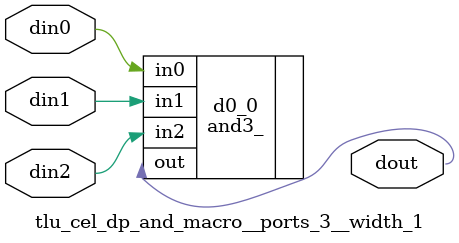
<source format=v>
module tlu_cel_dp (
  l2clk, 
  scan_in, 
  tcu_pce_ov, 
  spc_aclk, 
  spc_bclk, 
  tcu_scan_en, 
  tlu_cerer_tccp, 
  tlu_cerer_tcup, 
  tlu_cerer_tccd, 
  tlu_cerer_tcud, 
  ced_syndrome, 
  tca_ecc, 
  ced_cecc_err, 
  ced_uecc_err, 
  asi_tccup_in, 
  asi_tccud_in, 
  scan_out, 
  cel_syndrome, 
  cel_ecc, 
  cel_crit_ecc, 
  cel_tccp, 
  cel_tcup, 
  cel_tccd, 
  cel_tcud);
wire pce_ov;
wire clk;
wire stop;
wire siclk;
wire soclk;
wire se;
wire en;
wire ecc_lat_scanin;
wire ecc_lat_scanout;
wire tccp_in;
wire tcup_in;
wire tccd_in;
wire tcud_in;
wire [7:0] syndrome_in;
wire [7:0] rd_ecc;
wire tccp;
wire tcup;
wire tccd;
wire tcud;




input		l2clk;
input		scan_in;
input		tcu_pce_ov;
input		spc_aclk;
input		spc_bclk;
input		tcu_scan_en;

input		tlu_cerer_tccp;		// Correctable precise enable    
input		tlu_cerer_tcup;		// Unorrectable precise enable   
input		tlu_cerer_tccd;		// Correctable disrupting enable 
input		tlu_cerer_tcud;		// Unorrectable disrupting enable

input	[7:0]	ced_syndrome;
input	[7:0]	tca_ecc;

input		ced_cecc_err;
input		ced_uecc_err;

input		asi_tccup_in;
input		asi_tccud_in;


output		scan_out;

output	[7:0]	cel_syndrome;
output	[7:0]	cel_ecc;
output	[7:0]	cel_crit_ecc;

output		cel_tccp;
output		cel_tcup;
output		cel_tccd;
output		cel_tcud;



////////////////////////////////////////////////////////////////////////////////

assign pce_ov	= tcu_pce_ov;
assign clk      = l2clk;
assign stop	= 1'b0;
assign siclk	= spc_aclk;
assign soclk	= spc_bclk;
assign se       = tcu_scan_en;
assign en       = 1'b1;


// Data is flopped, but ECC is not...  so flop here

tlu_cel_dp_msff_macro__minbuff_1__width_28 ecc_lat  (
	.scan_in(ecc_lat_scanin),
	.scan_out(ecc_lat_scanout),
	.din	({tca_ecc		[7:0],
		  tccp_in		       ,
		  tcup_in		       ,
		  tccd_in		       ,
		  tcud_in		       ,
		  ced_syndrome		[7:0],
		  syndrome_in		[7:0]}),
	.dout	({rd_ecc		[7:0],
		  tccp			       ,
		  tcup			       ,
		  tccd			       ,
		  tcud			       ,
		  syndrome_in		[7:0],
		  cel_syndrome		[7:0]}),
  .clk(clk),
  .en(en),
  .se(se),
  .siclk(siclk),
  .soclk(soclk),
  .pce_ov(pce_ov),
  .stop(stop)
);

assign cel_crit_ecc[7:0] =
       rd_ecc[7:0];

tlu_cel_dp_buff_macro__rep_1__width_8 ecc_buf   (
	.din	(rd_ecc			[7:0]	),
	.dout	(cel_ecc		[7:0]	)
);


// Merge error signals
//assign tccp_in = 
//	 cecc_err & tlu_cerer_tccp;
//assign tcup_in = 
//	 uecc_err & tlu_cerer_tcup;
//assign tccd_in = 
//	 cecc_err & tlu_cerer_tccd;
//assign tcud_in = 
//	 uecc_err & tlu_cerer_tcud;
//assign tccp =
//	 cel_tccp & asi_tccup_in;
//assign tcup =
//	 cel_tcup & asi_tccup_in;


tlu_cel_dp_and_macro__ports_3__width_1 tccp_in_and   (
	.din0	(ced_cecc_err			),
	.din1	(tlu_cerer_tccp			),
	.din2	(asi_tccup_in			),
	.dout	(tccp_in			)
);

tlu_cel_dp_and_macro__ports_3__width_1 tcup_in_and   (
	.din0	(ced_uecc_err			),
	.din1	(tlu_cerer_tcup			),
	.din2	(asi_tccup_in			),
	.dout	(tcup_in			)
);

tlu_cel_dp_and_macro__ports_3__width_1 tccd_in_and   (
	.din0	(ced_cecc_err			),
	.din1	(tlu_cerer_tccd			),
	.din2	(asi_tccud_in			),
	.dout	(tccd_in			)
);

tlu_cel_dp_and_macro__ports_3__width_1 tcud_in_and   (
	.din0	(ced_uecc_err			),
	.din1	(tlu_cerer_tcud			),
	.din2	(asi_tccud_in			),
	.dout	(tcud_in			)
);


assign cel_tccp =
       tccp;

assign cel_tcup =
       tcup;

assign cel_tccd =
       tccd;

assign cel_tcud =
       tcud;



supply0 vss; // <- port for ground
supply1 vdd; // <- port for power

// fixscan start:
assign ecc_lat_scanin            = scan_in                  ;
assign scan_out                  = ecc_lat_scanout          ;
// fixscan end:
endmodule







// any PARAMS parms go into naming of macro

module tlu_cel_dp_msff_macro__minbuff_1__width_28 (
  din, 
  clk, 
  en, 
  se, 
  scan_in, 
  siclk, 
  soclk, 
  pce_ov, 
  stop, 
  dout, 
  scan_out);
wire l1clk;
wire siclk_out;
wire soclk_out;
wire [26:0] so;

  input [27:0] din;


  input clk;
  input en;
  input se;
  input scan_in;
  input siclk;
  input soclk;
  input pce_ov;
  input stop;



  output [27:0] dout;


  output scan_out;




cl_dp1_l1hdr_8x c0_0 (
.l2clk(clk),
.pce(en),
.aclk(siclk),
.bclk(soclk),
.l1clk(l1clk),
  .se(se),
  .pce_ov(pce_ov),
  .stop(stop),
  .siclk_out(siclk_out),
  .soclk_out(soclk_out)
);
dff_ #(28)  d0_0 (
.l1clk(l1clk),
.siclk(siclk_out),
.soclk(soclk_out),
.d(din[27:0]),
.si({scan_in,so[26:0]}),
.so({so[26:0],scan_out}),
.q(dout[27:0])
);




















endmodule









//
//   buff macro
//
//





module tlu_cel_dp_buff_macro__rep_1__width_8 (
  din, 
  dout);
  input [7:0] din;
  output [7:0] dout;






buff #(8)  d0_0 (
.in(din[7:0]),
.out(dout[7:0])
);








endmodule





//  
//   and macro for ports = 2,3,4
//
//





module tlu_cel_dp_and_macro__ports_3__width_1 (
  din0, 
  din1, 
  din2, 
  dout);
  input [0:0] din0;
  input [0:0] din1;
  input [0:0] din2;
  output [0:0] dout;






and3_ #(1)  d0_0 (
.in0(din0[0:0]),
.in1(din1[0:0]),
.in2(din2[0:0]),
.out(dout[0:0])
);









endmodule





</source>
